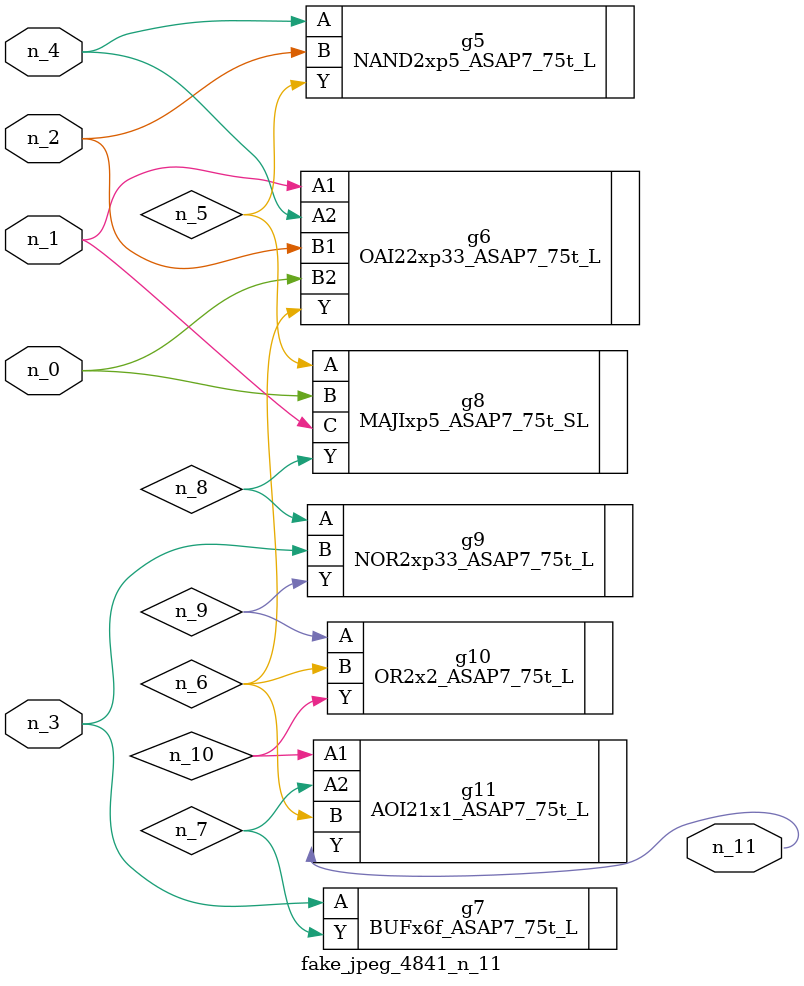
<source format=v>
module fake_jpeg_4841_n_11 (n_3, n_2, n_1, n_0, n_4, n_11);

input n_3;
input n_2;
input n_1;
input n_0;
input n_4;

output n_11;

wire n_10;
wire n_8;
wire n_9;
wire n_6;
wire n_5;
wire n_7;

NAND2xp5_ASAP7_75t_L g5 ( 
.A(n_4),
.B(n_2),
.Y(n_5)
);

OAI22xp33_ASAP7_75t_L g6 ( 
.A1(n_1),
.A2(n_4),
.B1(n_2),
.B2(n_0),
.Y(n_6)
);

BUFx6f_ASAP7_75t_L g7 ( 
.A(n_3),
.Y(n_7)
);

MAJIxp5_ASAP7_75t_SL g8 ( 
.A(n_5),
.B(n_0),
.C(n_1),
.Y(n_8)
);

NOR2xp33_ASAP7_75t_L g9 ( 
.A(n_8),
.B(n_3),
.Y(n_9)
);

OR2x2_ASAP7_75t_L g10 ( 
.A(n_9),
.B(n_6),
.Y(n_10)
);

AOI21x1_ASAP7_75t_L g11 ( 
.A1(n_10),
.A2(n_7),
.B(n_6),
.Y(n_11)
);


endmodule
</source>
